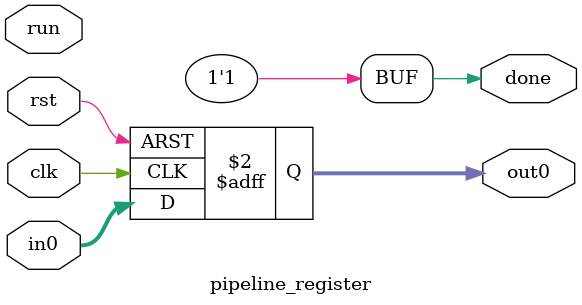
<source format=v>
`timescale 1ns / 1ps
`include "xversat.vh"

module pipeline_register #(
         parameter DATA_W = 32
      )
      (
         input run,
         output done,

         input [DATA_W-1:0] in0,

         output reg [DATA_W-1:0] out0,
      
         input clk,
         input rst
      ); 
      
assign done = 1'b1;

always @(posedge clk,posedge rst)
begin
   if(rst) begin
      out0 <= 0;
   end else begin
      out0 <= in0;
   end
end

endmodule

</source>
